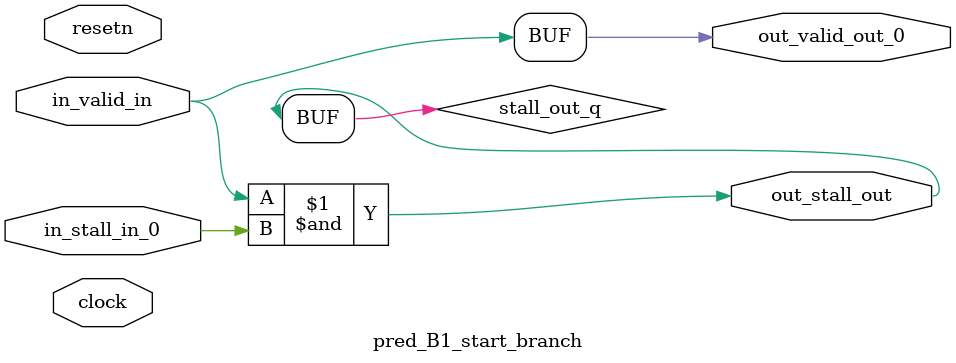
<source format=sv>



(* altera_attribute = "-name AUTO_SHIFT_REGISTER_RECOGNITION OFF; -name MESSAGE_DISABLE 10036; -name MESSAGE_DISABLE 10037; -name MESSAGE_DISABLE 14130; -name MESSAGE_DISABLE 14320; -name MESSAGE_DISABLE 15400; -name MESSAGE_DISABLE 14130; -name MESSAGE_DISABLE 10036; -name MESSAGE_DISABLE 12020; -name MESSAGE_DISABLE 12030; -name MESSAGE_DISABLE 12010; -name MESSAGE_DISABLE 12110; -name MESSAGE_DISABLE 14320; -name MESSAGE_DISABLE 13410; -name MESSAGE_DISABLE 113007; -name MESSAGE_DISABLE 10958" *)
module pred_B1_start_branch (
    input wire [0:0] in_stall_in_0,
    input wire [0:0] in_valid_in,
    output wire [0:0] out_stall_out,
    output wire [0:0] out_valid_out_0,
    input wire clock,
    input wire resetn
    );

    wire [0:0] stall_out_q;


    // stall_out(LOGICAL,6)
    assign stall_out_q = in_valid_in & in_stall_in_0;

    // out_stall_out(GPOUT,4)
    assign out_stall_out = stall_out_q;

    // out_valid_out_0(GPOUT,5)
    assign out_valid_out_0 = in_valid_in;

endmodule

</source>
